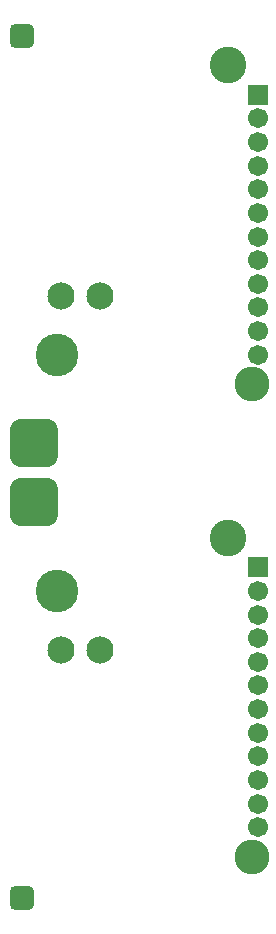
<source format=gbs>
G04*
G04 #@! TF.GenerationSoftware,Altium Limited,Altium Designer,24.9.1 (31)*
G04*
G04 Layer_Color=16711935*
%FSLAX44Y44*%
%MOMM*%
G71*
G04*
G04 #@! TF.SameCoordinates,B8B67402-8590-40DF-8F2E-53978CF21371*
G04*
G04*
G04 #@! TF.FilePolarity,Negative*
G04*
G01*
G75*
%ADD17C,2.3016*%
%ADD18C,2.9516*%
%ADD19C,3.1016*%
%ADD20C,1.7016*%
%ADD21R,1.7016X1.7016*%
G04:AMPARAMS|DCode=22|XSize=4.1016mm|YSize=4.1016mm|CornerRadius=1.0508mm|HoleSize=0mm|Usage=FLASHONLY|Rotation=0.000|XOffset=0mm|YOffset=0mm|HoleType=Round|Shape=RoundedRectangle|*
%AMROUNDEDRECTD22*
21,1,4.1016,2.0000,0,0,0.0*
21,1,2.0000,4.1016,0,0,0.0*
1,1,2.1016,1.0000,-1.0000*
1,1,2.1016,-1.0000,-1.0000*
1,1,2.1016,-1.0000,1.0000*
1,1,2.1016,1.0000,1.0000*
%
%ADD22ROUNDEDRECTD22*%
G04:AMPARAMS|DCode=23|XSize=2.1016mm|YSize=2.1016mm|CornerRadius=0.5508mm|HoleSize=0mm|Usage=FLASHONLY|Rotation=0.000|XOffset=0mm|YOffset=0mm|HoleType=Round|Shape=RoundedRectangle|*
%AMROUNDEDRECTD23*
21,1,2.1016,1.0000,0,0,0.0*
21,1,1.0000,2.1016,0,0,0.0*
1,1,1.1016,0.5000,-0.5000*
1,1,1.1016,-0.5000,-0.5000*
1,1,1.1016,-0.5000,0.5000*
1,1,1.1016,0.5000,0.5000*
%
%ADD23ROUNDEDRECTD23*%
%ADD24C,3.6016*%
D17*
X-513500Y630000D02*
D03*
X-546500D02*
D03*
X-513500Y330000D02*
D03*
X-546500D02*
D03*
D18*
X-385000Y555000D02*
D03*
Y155000D02*
D03*
D19*
X-405000Y825000D02*
D03*
Y425000D02*
D03*
D20*
X-380000Y620000D02*
D03*
Y580000D02*
D03*
Y780000D02*
D03*
Y760000D02*
D03*
Y740000D02*
D03*
Y720000D02*
D03*
Y700000D02*
D03*
Y680000D02*
D03*
Y660000D02*
D03*
Y640000D02*
D03*
Y600000D02*
D03*
Y220000D02*
D03*
Y180000D02*
D03*
Y380000D02*
D03*
Y360000D02*
D03*
Y340000D02*
D03*
Y320000D02*
D03*
Y300000D02*
D03*
Y280000D02*
D03*
Y260000D02*
D03*
Y240000D02*
D03*
Y200000D02*
D03*
D21*
Y800000D02*
D03*
Y400000D02*
D03*
D22*
X-570000Y455000D02*
D03*
Y505000D02*
D03*
D23*
X-580000Y120000D02*
D03*
Y850000D02*
D03*
D24*
X-550000Y580000D02*
D03*
Y380000D02*
D03*
M02*

</source>
